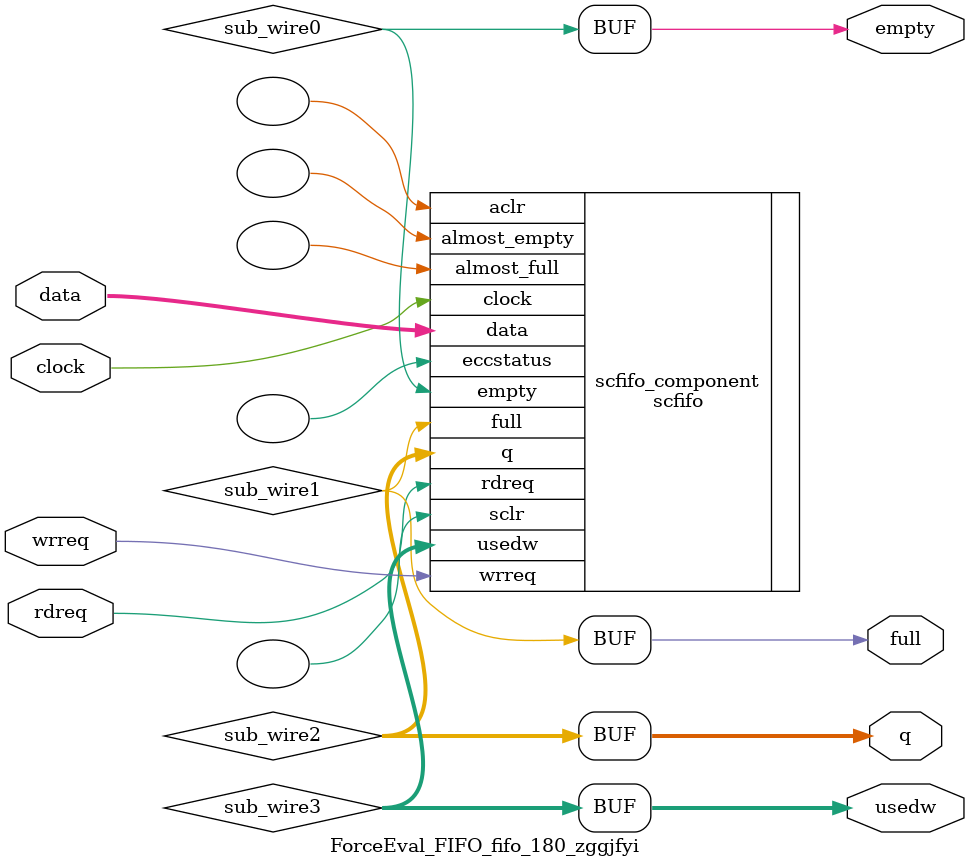
<source format=v>



`timescale 1 ps / 1 ps
// synopsys translate_on
module  ForceEval_FIFO_fifo_180_zggjfyi  (
    clock,
    data,
    rdreq,
    wrreq,
    empty,
    full,
    q,
    usedw);

    input    clock;
    input  [112:0]  data;
    input    rdreq;
    input    wrreq;
    output   empty;
    output   full;
    output [112:0]  q;
    output [8:0]  usedw;

    wire  sub_wire0;
    wire  sub_wire1;
    wire [112:0] sub_wire2;
    wire [8:0] sub_wire3;
    wire  empty = sub_wire0;
    wire  full = sub_wire1;
    wire [112:0] q = sub_wire2[112:0];
    wire [8:0] usedw = sub_wire3[8:0];

    scfifo  scfifo_component (
                .clock (clock),
                .data (data),
                .rdreq (rdreq),
                .wrreq (wrreq),
                .empty (sub_wire0),
                .full (sub_wire1),
                .q (sub_wire2),
                .usedw (sub_wire3),
                .aclr (),
                .almost_empty (),
                .almost_full (),
                .eccstatus (),
                .sclr ());
    defparam
        scfifo_component.add_ram_output_register  = "OFF",
        scfifo_component.enable_ecc  = "FALSE",
        scfifo_component.intended_device_family  = "Stratix 10",
        scfifo_component.lpm_numwords  = 512,
        scfifo_component.lpm_showahead  = "OFF",
        scfifo_component.lpm_type  = "scfifo",
        scfifo_component.lpm_width  = 113,
        scfifo_component.lpm_widthu  = 9,
        scfifo_component.overflow_checking  = "ON",
        scfifo_component.underflow_checking  = "ON",
        scfifo_component.use_eab  = "ON";


endmodule



</source>
